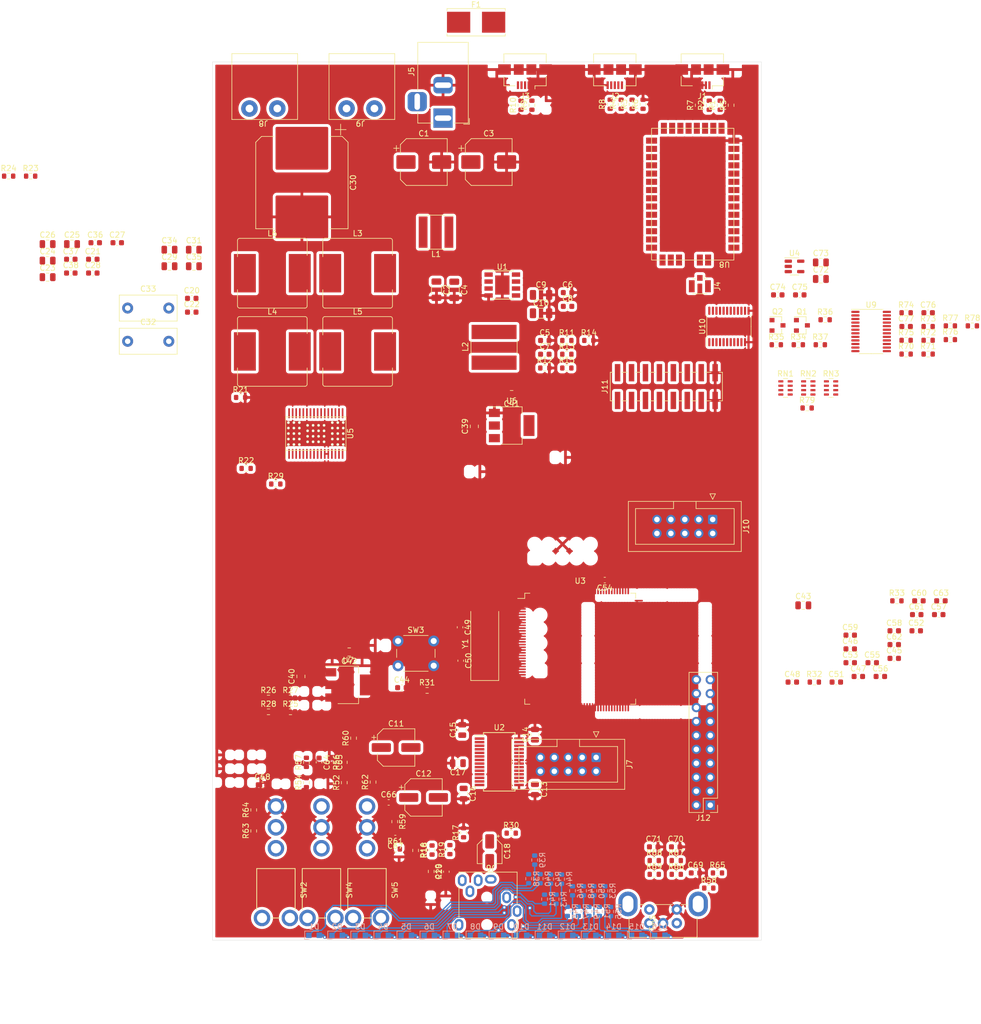
<source format=kicad_pcb>
(kicad_pcb (version 20201116) (generator pcbnew)

  (general
    (thickness 1.6)
  )

  (paper "A4")
  (layers
    (0 "F.Cu" signal)
    (31 "B.Cu" signal)
    (32 "B.Adhes" user "B.Adhesive")
    (33 "F.Adhes" user "F.Adhesive")
    (34 "B.Paste" user)
    (35 "F.Paste" user)
    (36 "B.SilkS" user "B.Silkscreen")
    (37 "F.SilkS" user "F.Silkscreen")
    (38 "B.Mask" user)
    (39 "F.Mask" user)
    (40 "Dwgs.User" user "User.Drawings")
    (41 "Cmts.User" user "User.Comments")
    (42 "Eco1.User" user "User.Eco1")
    (43 "Eco2.User" user "User.Eco2")
    (44 "Edge.Cuts" user)
    (45 "Margin" user)
    (46 "B.CrtYd" user "B.Courtyard")
    (47 "F.CrtYd" user "F.Courtyard")
    (48 "B.Fab" user)
    (49 "F.Fab" user)
  )

  (setup
    (stackup
      (layer "F.SilkS" (type "Top Silk Screen"))
      (layer "F.Paste" (type "Top Solder Paste"))
      (layer "F.Mask" (type "Top Solder Mask") (color "Green") (thickness 0.01))
      (layer "F.Cu" (type "copper") (thickness 0.035))
      (layer "dielectric 1" (type "core") (thickness 1.51) (material "FR4") (epsilon_r 4.5) (loss_tangent 0.02))
      (layer "B.Cu" (type "copper") (thickness 0.035))
      (layer "B.Mask" (type "Bottom Solder Mask") (color "Green") (thickness 0.01))
      (layer "B.Paste" (type "Bottom Solder Paste"))
      (layer "B.SilkS" (type "Bottom Silk Screen"))
      (copper_finish "None")
      (dielectric_constraints no)
    )
    (pcbplotparams
      (layerselection 0x00010fc_ffffffff)
      (disableapertmacros false)
      (usegerberextensions false)
      (usegerberattributes true)
      (usegerberadvancedattributes true)
      (creategerberjobfile true)
      (svguseinch false)
      (svgprecision 6)
      (excludeedgelayer true)
      (plotframeref false)
      (viasonmask false)
      (mode 1)
      (useauxorigin false)
      (hpglpennumber 1)
      (hpglpenspeed 20)
      (hpglpendiameter 15.000000)
      (psnegative false)
      (psa4output false)
      (plotreference true)
      (plotvalue true)
      (plotinvisibletext false)
      (sketchpadsonfab false)
      (subtractmaskfromsilk false)
      (outputformat 1)
      (mirror false)
      (drillshape 1)
      (scaleselection 1)
      (outputdirectory "")
    )
  )


  (net 0 "")
  (net 1 "/~SPK_FAULT")
  (net 2 "/Processor/~RST")
  (net 3 "/Processor/GPIO_I2S_WS")
  (net 4 "/Processor/SWCLK")
  (net 5 "/~SPK_SD")
  (net 6 "/HP_DETECT")
  (net 7 "+5V")
  (net 8 "/Processor/GPIO_I2S_SDO")
  (net 9 "/Processor/SWDIO")
  (net 10 "/BT_MFB")
  (net 11 "/MIC2")
  (net 12 "GND")
  (net 13 "Net-(R58-Pad2)")
  (net 14 "Net-(R59-Pad2)")
  (net 15 "/MIC1")
  (net 16 "Net-(D1-Pad1)")
  (net 17 "Net-(C31-Pad1)")
  (net 18 "Net-(C25-Pad2)")
  (net 19 "Net-(C24-Pad2)")
  (net 20 "Net-(C24-Pad1)")
  (net 21 "Net-(C25-Pad1)")
  (net 22 "Net-(C1-Pad1)")
  (net 23 "/19V_ANALOG")
  (net 24 "Net-(C5-Pad1)")
  (net 25 "Net-(C6-Pad1)")
  (net 26 "Net-(C7-Pad1)")
  (net 27 "Net-(C7-Pad2)")
  (net 28 "Net-(C8-Pad1)")
  (net 29 "+3.3VA")
  (net 30 "Net-(C11-Pad1)")
  (net 31 "Net-(C11-Pad2)")
  (net 32 "Net-(C12-Pad1)")
  (net 33 "Net-(C12-Pad2)")
  (net 34 "Net-(C13-Pad1)")
  (net 35 "/Speaker Amplifier/3.3V")
  (net 36 "Net-(C18-Pad1)")
  (net 37 "Net-(C18-Pad2)")
  (net 38 "Net-(C20-Pad1)")
  (net 39 "Net-(C23-Pad1)")
  (net 40 "Net-(C23-Pad2)")
  (net 41 "Net-(C26-Pad1)")
  (net 42 "Net-(C26-Pad2)")
  (net 43 "Net-(C29-Pad1)")
  (net 44 "Net-(C32-Pad1)")
  (net 45 "Net-(C33-Pad1)")
  (net 46 "Net-(C36-Pad1)")
  (net 47 "Net-(C36-Pad2)")
  (net 48 "Net-(C37-Pad1)")
  (net 49 "Net-(F1-Pad2)")
  (net 50 "Net-(J1-Pad1)")
  (net 51 "Net-(J1-Pad2)")
  (net 52 "Net-(J1-Pad3)")
  (net 53 "/Processor/GPIO_I2S_SDI")
  (net 54 "Net-(J2-Pad1)")
  (net 55 "Net-(J2-Pad2)")
  (net 56 "Net-(J2-Pad3)")
  (net 57 "/Processor/GPIO_I2S_CK")
  (net 58 "no_connect_271")
  (net 59 "Net-(J3-Pad2)")
  (net 60 "Net-(J3-Pad3)")
  (net 61 "no_connect_273")
  (net 62 "no_connect_274")
  (net 63 "/Processor/USB1_DETECT")
  (net 64 "/Processor/USB1_DM")
  (net 65 "/Processor/USB2_DETECT")
  (net 66 "/Processor/USB2_DM")
  (net 67 "/Processor/USB1_DP")
  (net 68 "/Processor/USB2_DP")
  (net 69 "/Bluetooth/USB3_DM")
  (net 70 "/Bluetooth/USB3_DP")
  (net 71 "Net-(R11-Pad1)")
  (net 72 "Net-(R13-Pad1)")
  (net 73 "Net-(R18-Pad2)")
  (net 74 "Net-(R19-Pad2)")
  (net 75 "Net-(R22-Pad1)")
  (net 76 "no_connect_276")
  (net 77 "Net-(D2-Pad1)")
  (net 78 "/BT2")
  (net 79 "/Processor/GPIO_I2S_MCK")
  (net 80 "Net-(J4-Pad1)")
  (net 81 "Net-(J4-Pad2)")
  (net 82 "/BT_SPI{slash}~PCM")
  (net 83 "Net-(R25-Pad2)")
  (net 84 "/Processor/GPIO_SPI_MISO")
  (net 85 "/Processor/EXT_READY")
  (net 86 "/Processor/GPIO_SPI_SCK")
  (net 87 "/Processor/GPIO_SPI_~SS")
  (net 88 "/SDO")
  (net 89 "Net-(R26-Pad2)")
  (net 90 "Net-(D3-Pad1)")
  (net 91 "/Processor/AMP_READY")
  (net 92 "+3V3")
  (net 93 "/BT_P18")
  (net 94 "/BT_P21")
  (net 95 "Net-(U3-Pad7)")
  (net 96 "Net-(C49-Pad2)")
  (net 97 "Net-(C50-Pad2)")
  (net 98 "/Bluetooth/SCL_1V8")
  (net 99 "/AMP_I2S_SDI")
  (net 100 "/AMP_I2S_SDO")
  (net 101 "/BT_P17")
  (net 102 "no_connect_275")
  (net 103 "no_connect_252")
  (net 104 "no_connect_259")
  (net 105 "no_connect_260")
  (net 106 "Net-(U3-Pad48)")
  (net 107 "no_connect_261")
  (net 108 "no_connect_262")
  (net 109 "Net-(R27-Pad2)")
  (net 110 "Net-(R28-Pad2)")
  (net 111 "no_connect_264")
  (net 112 "no_connect_265")
  (net 113 "no_connect_263")
  (net 114 "no_connect_254")
  (net 115 "no_connect_255")
  (net 116 "no_connect_283")
  (net 117 "no_connect_284")
  (net 118 "no_connect_285")
  (net 119 "no_connect_286")
  (net 120 "no_connect_288")
  (net 121 "no_connect_256")
  (net 122 "/AMP_I2S_CK")
  (net 123 "Net-(U3-Pad70)")
  (net 124 "Net-(C52-Pad1)")
  (net 125 "no_connect_287")
  (net 126 "/BT_P16")
  (net 127 "/BT_P6")
  (net 128 "/BT_P7")
  (net 129 "Net-(U3-Pad92)")
  (net 130 "Net-(U3-Pad93)")
  (net 131 "/AMP_I2S_MCK")
  (net 132 "Net-(U3-Pad98)")
  (net 133 "Net-(U3-Pad99)")
  (net 134 "Net-(U3-Pad100)")
  (net 135 "Net-(U3-Pad101)")
  (net 136 "/Bluetooth/SDA_1V8")
  (net 137 "Net-(C54-Pad1)")
  (net 138 "/BT_I2S_WS")
  (net 139 "no_connect_257")
  (net 140 "no_connect_258")
  (net 141 "no_connect_253")
  (net 142 "no_connect_266")
  (net 143 "no_connect_270")
  (net 144 "no_connect_267")
  (net 145 "no_connect_278")
  (net 146 "no_connect_268")
  (net 147 "no_connect_269")
  (net 148 "Net-(U3-Pad124)")
  (net 149 "/BT_I2S_CK")
  (net 150 "/BT_I2S_SDO")
  (net 151 "Net-(U3-Pad139)")
  (net 152 "/AMP_I2S_WS")
  (net 153 "Net-(J11-Pad4)")
  (net 154 "Net-(J11-Pad6)")
  (net 155 "Net-(R52-Pad2)")
  (net 156 "Net-(D4-Pad1)")
  (net 157 "Net-(R54-Pad2)")
  (net 158 "no_connect_279")
  (net 159 "no_connect_280")
  (net 160 "no_connect_281")
  (net 161 "no_connect_282")
  (net 162 "no_connect_277")
  (net 163 "/Processor/GPIO_SPI_MOSI")
  (net 164 "Net-(J11-Pad8)")
  (net 165 "Net-(U8-Pad24)")
  (net 166 "/Bluetooth/3V3_BT")
  (net 167 "no_connect_272")
  (net 168 "Net-(U8-Pad12)")
  (net 169 "/Bluetooth/1V8_BT")
  (net 170 "/Bluetooth/SDO_3V3")
  (net 171 "Net-(J11-Pad10)")
  (net 172 "/Bluetooth/P29_1V8")
  (net 173 "/Bluetooth/P30_1V8")
  (net 174 "/Bluetooth/P18_1V8")
  (net 175 "/Bluetooth/P31_1V8")
  (net 176 "/Bluetooth/P8_1V8")
  (net 177 "/Bluetooth/P9_1V8")
  (net 178 "+1V8")
  (net 179 "Net-(J11-Pad12)")
  (net 180 "/Bluetooth/P21_1V8")
  (net 181 "/Bluetooth/SPI{slash}~PCM_1V8")
  (net 182 "/Bluetooth/SDO_1V8")
  (net 183 "/SCL_1")
  (net 184 "/Bluetooth/SDI_1V8")
  (net 185 "/AMP_I2C_SDA")
  (net 186 "Net-(R79-Pad1)")
  (net 187 "Net-(RN1-Pad1)")
  (net 188 "Net-(RN1-Pad2)")
  (net 189 "Net-(RN1-Pad3)")
  (net 190 "Net-(RN1-Pad4)")
  (net 191 "Net-(RN2-Pad5)")
  (net 192 "Net-(R32-Pad2)")
  (net 193 "Net-(RN2-Pad6)")
  (net 194 "Net-(U3-Pad9)")
  (net 195 "/Bluetooth/CK_1V8")
  (net 196 "/Bluetooth/WS_1V8")
  (net 197 "Net-(R60-Pad2)")
  (net 198 "Net-(D5-Pad1)")
  (net 199 "Net-(R63-Pad2)")
  (net 200 "Net-(D6-Pad1)")
  (net 201 "Net-(D7-Pad1)")
  (net 202 "Net-(D8-Pad1)")
  (net 203 "Net-(D9-Pad1)")
  (net 204 "Net-(D10-Pad1)")
  (net 205 "Net-(D11-Pad1)")
  (net 206 "Net-(D12-Pad1)")
  (net 207 "Net-(D13-Pad1)")
  (net 208 "Net-(D14-Pad1)")
  (net 209 "Net-(D15-Pad1)")
  (net 210 "Net-(D16-Pad1)")
  (net 211 "Net-(RN2-Pad7)")
  (net 212 "/VOL0")
  (net 213 "/VOL1")
  (net 214 "/VOL2")
  (net 215 "/VOL3")
  (net 216 "/VOL4")
  (net 217 "/VOL5")
  (net 218 "/VOL6")
  (net 219 "/VOL7")
  (net 220 "/VOL8")
  (net 221 "/VOL9")
  (net 222 "/VOL10")
  (net 223 "/VOL11")
  (net 224 "/VOL12")
  (net 225 "/VOL13")
  (net 226 "/VOL14")
  (net 227 "/BT1")
  (net 228 "/VOL15")
  (net 229 "/ENC_SW")
  (net 230 "Net-(R66-Pad2)")
  (net 231 "/PWR")
  (net 232 "Net-(R67-Pad2)")
  (net 233 "/ENC_A")
  (net 234 "/ENC_B")
  (net 235 "Net-(J6-PadT)")
  (net 236 "Net-(J6-PadSW2)")
  (net 237 "Net-(J6-PadSW1)")
  (net 238 "Net-(J6-PadS)")
  (net 239 "Net-(J6-PadR2)")
  (net 240 "Net-(J6-PadR1)")
  (net 241 "Net-(J6-PadG)")
  (net 242 "/IR")
  (net 243 "/FRONT_SCLK")
  (net 244 "/FRONT_RCLK")
  (net 245 "/FRONT_MOSI")
  (net 246 "/FRONT_~RST")
  (net 247 "Net-(RN2-Pad8)")
  (net 248 "Net-(RN3-Pad5)")
  (net 249 "Net-(RN3-Pad6)")
  (net 250 "Net-(RN3-Pad7)")
  (net 251 "Net-(RN3-Pad8)")
  (net 252 "Net-(U3-Pad19)")
  (net 253 "/SDO_1")
  (net 254 "/SCL")
  (net 255 "/SDA")
  (net 256 "Net-(U3-Pad8)")
  (net 257 "/Bluetooth/P17_1V8")
  (net 258 "/Bluetooth/P16_1V8")
  (net 259 "/Bluetooth/P7_1V8")
  (net 260 "/Bluetooth/P6_1V8")
  (net 261 "/P31")
  (net 262 "/P8")
  (net 263 "/P9")
  (net 264 "/P29")
  (net 265 "/P30")
  (net 266 "Net-(U3-Pad97)")
  (net 267 "Net-(U3-Pad141)")
  (net 268 "Net-(U3-Pad20)")
  (net 269 "Net-(U3-Pad21)")
  (net 270 "Net-(U3-Pad22)")
  (net 271 "Net-(U3-Pad77)")
  (net 272 "Net-(U3-Pad78)")
  (net 273 "Net-(U3-Pad79)")
  (net 274 "Net-(U3-Pad80)")
  (net 275 "Net-(U3-Pad81)")
  (net 276 "Net-(U3-Pad82)")
  (net 277 "Net-(U3-Pad85)")
  (net 278 "Net-(U3-Pad86)")
  (net 279 "Net-(U3-Pad87)")
  (net 280 "Net-(U3-Pad88)")
  (net 281 "Net-(U3-Pad89)")
  (net 282 "Net-(U3-Pad90)")
  (net 283 "Net-(U3-Pad91)")
  (net 284 "Net-(U3-Pad132)")
  (net 285 "Net-(U3-Pad133)")
  (net 286 "Net-(U3-Pad134)")
  (net 287 "Net-(U3-Pad135)")
  (net 288 "Net-(U3-Pad140)")

  (footprint "Resistor_SMD:R_0603_1608Metric" (layer "F.Cu") (at 137.45 32.725 90))

  (footprint "Resistor_SMD:R_0603_1608Metric" (layer "F.Cu") (at 139.45 32.725 90))

  (footprint "Resistor_SMD:R_0603_1608Metric" (layer "F.Cu") (at 143.45 32.725 90))

  (footprint "Resistor_SMD:R_0603_1608Metric" (layer "F.Cu") (at 157.5 32.9 90))

  (footprint "Connector_USB:USB_Micro-B_Amphenol_10104110_Horizontal" (layer "F.Cu") (at 138.3 27.7 180))

  (footprint "Package_QFP:LQFP-144_20x20mm_P0.5mm" (layer "F.Cu") (at 132 131.9))

  (footprint "Connector_USB:USB_Micro-B_Amphenol_10104110_Horizontal" (layer "F.Cu") (at 121.95 27.7 180))

  (footprint "Resistor_SMD:R_0603_1608Metric" (layer "F.Cu") (at 159.5 32.9 90))

  (footprint "Resistor_SMD:R_0603_1608Metric" (layer "F.Cu") (at 153.5 32.9 90))

  (footprint "Resistor_SMD:R_0603_1608Metric" (layer "F.Cu") (at 123.2 32.9 90))

  (footprint "Resistor_SMD:R_0603_1608Metric" (layer "F.Cu") (at 155.5 32.9 90))

  (footprint "Resistor_SMD:R_0603_1608Metric" (layer "F.Cu") (at 141.45 32.725 90))

  (footprint "Package_SO:SSOP-28_5.3x10.2mm_P0.65mm" (layer "F.Cu") (at 117.25 152.5))

  (footprint "Package_SO:Diodes_SO-8EP" (layer "F.Cu") (at 117.8025 65.655))

  (footprint "Connector_USB:USB_Micro-B_Amphenol_10104110_Horizontal" (layer "F.Cu") (at 154.25 27.7 180))

  (footprint "Resistor_SMD:R_0603_1608Metric" (layer "F.Cu") (at 121.2 32.9 90))

  (footprint "Connector_BarrelJack:BarrelJack_Horizontal" (layer "F.Cu") (at 107 35.25 -90))

  (footprint "Capacitor_SMD:C_0805_2012Metric" (layer "F.Cu") (at 123.75 157.55 -90))

  (footprint "Capacitor_SMD:C_0805_2012Metric" (layer "F.Cu") (at 123.75 147.55 90))

  (footprint "Capacitor_SMD:C_0805_2012Metric" (layer "F.Cu") (at 110.5 146.7 90))

  (footprint "Resistor_SMD:R_0603_1608Metric" (layer "F.Cu") (at 102 168.65 -90))

  (footprint "Resistor_SMD:R_0603_1608Metric" (layer "F.Cu") (at 110.75 165.425 90))

  (footprint "Capacitor_SMD:C_0805_2012Metric" (layer "F.Cu") (at 110.75 158.3 -90))

  (footprint "Capacitor_SMD:C_0805_2012Metric" (layer "F.Cu") (at 109.7 152.75 180))

  (footprint "Capacitor_SMD:C_0603_1608Metric" (layer "F.Cu") (at 125.55 75.75))

  (footprint "Capacitor_SMD:C_0603_1608Metric" (layer "F.Cu") (at 125.55 78.26))

  (footprint "Resistor_SMD:R_0603_1608Metric" (layer "F.Cu") (at 129.56 75.75))

  (footprint "Resistor_SMD:R_0603_1608Metric" (layer "F.Cu") (at 125.55 80.77))

  (footprint "Resistor_SMD:R_0603_1608Metric" (layer "F.Cu") (at 129.56 78.26))

  (footprint "Resistor_SMD:R_0603_1608Metric" (layer "F.Cu") (at 133.57 75.75))

  (footprint "Resistor_SMD:R_0603_1608Metric" (layer "F.Cu") (at 129.56 80.77))

  (footprint "Resistor_SMD:R_0603_1608Metric" (layer "F.Cu") (at 108.25 168.5 90))

  (footprint "Resistor_SMD:R_0603_1608Metric" (layer "F.Cu") (at 104.85 172.475 -90))

  (footprint "Resistor_SMD:R_0603_1608Metric" (layer "F.Cu") (at 105 168.575 90))

  (footprint "Capacitor_SMD:CP_Elec_8x10" (layer "F.Cu") (at 103.5 43.25))

  (footprint "Capacitor_SMD:C_1206_3216Metric" (layer "F.Cu") (at 105.8 66.5 -90))

  (footprint "Capacitor_SMD:CP_Elec_8x10" (layer "F.Cu") (at 115.33 43.25))

  (footprint "Capacitor_SMD:C_1206_3216Metric" (layer "F.Cu") (at 109.05 66.525 -90))

  (footprint "Inductor_SMD:L_Bourns-SRN8040_8x8.15mm" (layer "F.Cu") (at 116.3 77 90))

  (footprint "Capacitor_SMD:C_0603_1608Metric" (layer "F.Cu") (at 107.6 172.525 90))

  (footprint "Inductor_SMD:L_Taiyo-Yuden_NR-60xx" (layer "F.Cu") (at 105.72 56.02 180))

  (footprint "Capacitor_SMD:CP_Elec_6.3x7.7" (layer "F.Cu") (at 98.45 149.9))

  (footprint "Capacitor_SMD:CP_Elec_6.3x7.7" (layer "F.Cu")
    (tedit 5BCA39D0) (tstamp 00000000-0000-0000-0000-00005fb07a2f)
    (at 103.45 159)
    (descr "SMD capacitor, aluminum electrolytic, Nichicon, 6.3x7.7mm")
    (tags "capacitor electrolytic")
    (property "Dateiname Blatt" "headphone-amp.kicad_sch")
    (property "Schaltplanname" "Headphone Amplifier")
    (path "/00000000-0000-0000-0000-00005fa5bd36/00000000-0000-0000-0000-00005fb761de")
    (attr smd)
    (fp_text reference "C12" (at 0 -4.35) (layer "F.SilkS")
      (effects (font (size 1 1) (thickness 0.15)))
      (tstamp a64ec2c1-a9af-4f7b-9a31-eb3f672f9902)
    )
    (fp_text value "220uF" (at 0 4.35) (layer "F.Fab")
      (effects (font (size 1 1) (thickness 0.15)))
      (tstamp 1ff3873f-285a-4a30-8ebc-7b3fe0bb7981)
    )
    (fp_text user "${REFERENCE}" (at 0 0) (layer "F.Fab")
      (effects (font (size 1 1) (thickness 0.15)))
      (tstamp 8ed30ed8-073e-464f-99ee-ca229a6b2865)
    )
    (fp_line (start -3.41 -2.345563) (end -2.345563 -3.41) (layer "F.SilkS") (width 0.12) (tstamp 0a04f58f-f25e-4841-a9e7-22e05aac0664))
    (fp_line (start -3.41 2.345563) (end -3.41 1.06) (layer "F.SilkS") (width 0.12) (tstamp 1b422f8d-be42-48a9-affe-79513a3cefbc))
    (fp_line (start -4.4375 -1.8475) (end -3.65 -1.8475) (layer "F.SilkS") (width 0.12) (tstamp 404e15e4-75a8-451f-b270-8ca63c21e5ea))
    (fp_line (start -3.41 2.345563) (end -2.345563 3.41) (layer "F.SilkS") (width 0.12) (tstamp 4a4a0e66-8d00-4129-a8b7-2a7c23a810d8))
    (fp_line (start -2.345563 3.41) (end 3.41 3.41) (layer "F.SilkS") (width 0.12) (tstamp 774834b8-af25-4cf6-9b6f-d36bb8d416fe))
    (fp_line (start -3.41 -2.345563) (end -3.41 -1.06) (layer "F.SilkS") (width 0.12) (tstamp b43ee947-ce47-4858-8a25-51145111d02a))
    (fp_line (start -4.04375 -2.24125) (end -4.04375 -1.45375) (layer "F.SilkS") (width 0.12) (tstamp baadaa39-51b0-4a8e-9821-30a306f5e2b3))
    (fp_line (start 3.41 3.41) (end 3.41 1.06) (layer "F.SilkS") (width 0.12) (tstamp c4f6964a-2a9f-4747-9df5-c7d6251efc0e))
    (fp_line (start -2.345563 -3.41) (end 3.41 -3.41) (layer "F.SilkS") (width 0.12) (tstamp ef31840f-676c-488c-bcdd-a2f27b177c05))
    (fp_line (start 3.41 -3.41) (end 3.41 -1.06) (layer "F.SilkS") (width 0.12) (tstamp f89c8ffd-66d6-4115-ad38-957fd1ff2750))
    (fp_line (start -3.55 1.05) (end -3.55 2.4) (layer "F.CrtYd") (width 0.05) (tstamp 00f3fa49-15ac-44b5-b0f0-780f62509497))
    (fp_line (start -3.55 2.4) (end -2.4 3.55) (layer "F.CrtYd") (width 0.05) (tstamp 240ba7eb-ba9b-41e5-af5b-a7679702b7fc))
    (fp_line (start -2.4 -3.55) (end 3.55 -3.55) (layer "F.CrtYd") (width 0.05) (tstamp 2d11a6c9-5f86-477c-8203-11e110d329e1))
    (fp_line (start -2.4 3.55) (end 3.55 3.55) (layer "F.CrtYd") (width 0.05) (tstamp 3676573c-d5a4-4c6a-a865-ae272e6978e8))
    (fp_line (start 4.7 1.05) (end 3.55 1.05) (layer "F.CrtYd") (width 0.05) (tstamp 3a8a257d-8c60-47ec-aff4-6afe653c1dc5))
    (fp_line (start 4.7 -1.05) (end 4.7 1.05) (layer "F.CrtYd") (width 0.05) (tstamp 4bfe7822-d9fd-4a74-9e8a-751c8c89554b))
    (fp_line (start -4.7 -1.05) (end -4.7 1.05) (layer "F.CrtYd") (width 0.05) (tstamp 58db7c31-e7a0-4b58-8db8-3b2cc7c00506))
    (fp_line (start -3.55 -1.05) (end -4.7 -1.05) (layer "F.CrtYd") (width 0.05) (tstamp 656e4b2f-747b-447d-95b5-580b4c2915fe))
    (fp_line (start 3.55 -3.55) (end 3.55 -1.05) (l
... [1548148 chars truncated]
</source>
